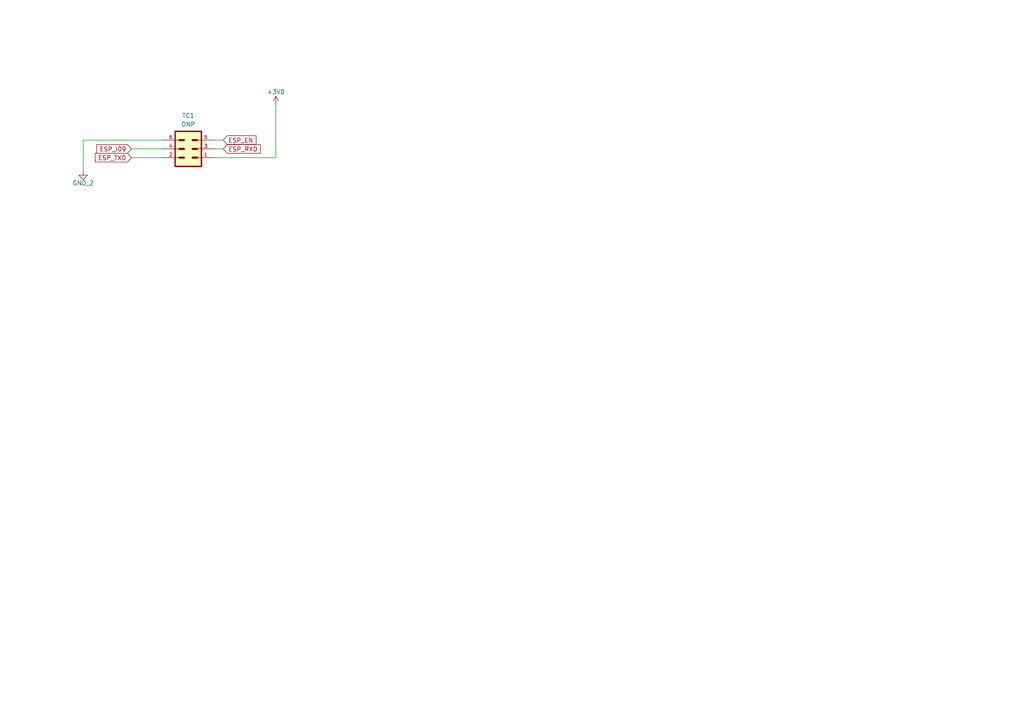
<source format=kicad_sch>
(kicad_sch (version 20230121) (generator eeschema)
  (paper "A4")
  (title_block (title "Smart Home Monitoring System") (date "2025-05-13") (rev "1.00") (comment 1 "Gaurang Solanki") (comment 2 "Designed by"))
  (lib_symbols
    (symbol "AAVAA_BOARD_VER2_REV1-rescue:GND_2-AAVAA_PT1_Rev1-rescue" (power) (pin_names (offset 0))
      (property "Value" "GND_2-AAVAA_PT1_Rev1-rescue" (at 0 -3.81 0))
      (symbol "GND_2-AAVAA_PT1_Rev1-rescue_0_1"
        (polyline (pts (xy 0 0) (xy 0 -1.27) (xy 1.27 -1.27) (xy 0 -2.54) (xy -1.27 -1.27) (xy 0 -1.27)))
      )
      (symbol "GND_2-AAVAA_PT1_Rev1-rescue_1_1"
        (pin power_in line (at 0 0 270) (length 0) hide (name "GND_2") (number "1"))
      )
    )
    (symbol "TC2030-IDC:TC2030-IDC" (pin_names (offset 1.016))
      (property "Reference" "TC" (at -3.81 5.842 0))
      (property "Value" "TC2030-IDC" (at -3.81 -7.62 0))
      (symbol "TC2030-IDC_0_0"
        (rectangle (start -3.81 -5.08) (end 3.81 5.08) (stroke (width 0.4064)) (fill (type background)))
        (polyline (pts (xy -2.54 -2.54) (xy -1.27 -2.54)) (stroke (width 0.6096)))
        (polyline (pts (xy -2.54 0) (xy -1.27 0)) (stroke (width 0.6096)))
        (polyline (pts (xy -2.54 2.54) (xy -1.27 2.54)) (stroke (width 0.6096)))
        (polyline (pts (xy 1.27 -2.54) (xy 2.54 -2.54)) (stroke (width 0.6096)))
        (polyline (pts (xy 1.27 0) (xy 2.54 0)) (stroke (width 0.6096)))
        (polyline (pts (xy 1.27 2.54) (xy 2.54 2.54)) (stroke (width 0.6096)))
        (pin passive line (at 7.62 -2.54 180) (length 5.08) (name "~") (number "1"))
        (pin passive line (at -7.62 -2.54 0) (length 5.08) (name "~") (number "2"))
        (pin passive line (at 7.62 0 180) (length 5.08) (name "~") (number "3"))
        (pin passive line (at -7.62 0 0) (length 5.08) (name "~") (number "4"))
        (pin passive line (at 7.62 2.54 180) (length 5.08) (name "~") (number "5"))
        (pin passive line (at -7.62 2.54 0) (length 5.08) (name "~") (number "6"))
      )
    )
    (symbol "power:+3V0" (power) (pin_names (offset 0))
      (property "Value" "+3V0" (at 0 3.556 0))
      (symbol "+3V0_0_1"
        (polyline (pts (xy -0.762 1.27) (xy 0 2.54)))
        (polyline (pts (xy 0 0) (xy 0 2.54)))
        (polyline (pts (xy 0 2.54) (xy 0.762 1.27)))
      )
      (symbol "+3V0_1_1"
        (pin power_in line (at 0 0 90) (length 0) hide (name "+3V0") (number "1"))
      )
    )
  )
  (wire (pts (xy 38.1 45.72) (xy 46.99 45.72)))
  (wire (pts (xy 24.13 49.53) (xy 24.13 40.64)))
  (wire (pts (xy 64.77 43.18) (xy 62.23 43.18)))
  (wire (pts (xy 24.13 40.64) (xy 46.99 40.64)))
  (wire (pts (xy 80.01 45.72) (xy 62.23 45.72)))
  (wire (pts (xy 38.1 43.18) (xy 46.99 43.18)))
  (wire (pts (xy 80.01 30.48) (xy 80.01 45.72)))
  (wire (pts (xy 62.23 40.64) (xy 64.77 40.64)))
  (global_label "ESP_EN" (shape input) (at 64.77 40.64 0) (property "Intersheetrefs" "${INTERSHEET_REFS}" (effects hide)))
  (global_label "ESP_RXD" (shape input) (at 64.77 43.18 0) (property "Intersheetrefs" "${INTERSHEET_REFS}" (effects hide)))
  (global_label "ESP_TXD" (shape input) (at 38.1 45.72 180) (property "Intersheetrefs" "${INTERSHEET_REFS}" (effects hide)))
  (global_label "ESP_I09" (shape input) (at 38.1 43.18 180) (property "Intersheetrefs" "${INTERSHEET_REFS}" (effects hide)))
  (symbol (lib_id "AAVAA_BOARD_VER2_REV1-rescue:GND_2-AAVAA_PT1_Rev1-rescue") (at 24.13 49.53 0) (unit 1)
    (property "Reference" "#PWR011" (effects hide))
    (property "Value" "GND_2" (at 24.13 53.086 0))
    (instances (project "AAVAA_V4.5_noaudio" (path "" (reference "#PWR011") (unit 1))) (project "SHM_V2.0" (path "" (reference "#PWR03") (unit 1))))
  )
  (symbol (lib_id "power:+3V0") (at 80.01 30.48 0) (unit 1)
    (property "Reference" "#PWR04" (effects hide))
    (property "Value" "+3V0" (at 80.01 26.67 0))
    (instances (project "SHM_V2.0" (path "" (reference "#PWR04") (unit 1)) (path "" (reference "#PWR019") (unit 1)) (path "" (reference "#PWR05") (unit 1))))
  )
  (symbol (lib_id "TC2030-IDC:TC2030-IDC") (at 54.61 43.18 0) (unit 1)
    (property "Reference" "TC1" (at 54.61 33.528 0))
    (property "Value" "DNP" (at 54.61 36.068 0))
    (property "Footprint" "GS_Connector:TC2030-IDC-NL2" (effects hide))
    (property "Datasheet" "https://www.digikey.ca/en/products/detail/tag-connect-llc/TC2030-IDC/4571121" (effects hide))
    (property "Part Number" "TC2030-IDC" (effects hide))
    (property "Manufacturer" "Tag-Connect LLC" (effects hide))
  )
)
</source>
